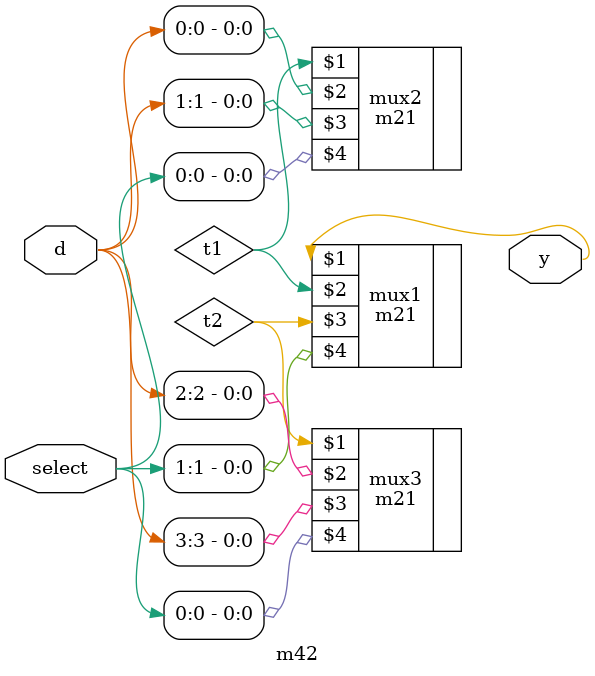
<source format=v>
module m42(y,d,select);
    output y;
    input [0:3] d;
    input [1:0] select;
    wire t1,t2;

    m21 mux1(y,t1,t2,select[1]);
    m21 mux2(t1,d[0],d[1],select[0]);
    m21 mux3(t2,d[2],d[3],select[0]);

endmodule
</source>
